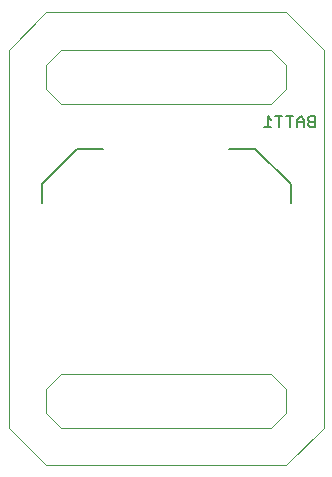
<source format=gbo>
G75*
%MOIN*%
%OFA0B0*%
%FSLAX24Y24*%
%IPPOS*%
%LPD*%
%AMOC8*
5,1,8,0,0,1.08239X$1,22.5*
%
%ADD10C,0.0040*%
%ADD11C,0.0050*%
%ADD12C,0.0060*%
D10*
X001440Y000190D02*
X000190Y001440D01*
X000190Y014040D01*
X001440Y015290D01*
X009440Y015290D01*
X010690Y014040D01*
X010690Y001440D01*
X009440Y000190D01*
X001440Y000190D01*
X001940Y001440D02*
X001440Y001940D01*
X001440Y002740D01*
X001940Y003240D01*
X008940Y003240D01*
X009440Y002740D01*
X009440Y001940D01*
X008940Y001440D01*
X001940Y001440D01*
X001940Y012240D02*
X001440Y012740D01*
X001440Y013540D01*
X001940Y014040D01*
X008940Y014040D01*
X009440Y013540D01*
X009440Y012740D01*
X008940Y012240D01*
X001940Y012240D01*
D11*
X002483Y010740D02*
X003340Y010740D01*
X002483Y010740D02*
X001290Y009547D01*
X001290Y008940D01*
X007540Y010740D02*
X008397Y010740D01*
X009590Y009547D01*
X009590Y008940D01*
D12*
X009560Y011470D02*
X009560Y011810D01*
X009673Y011810D02*
X009447Y011810D01*
X009305Y011810D02*
X009078Y011810D01*
X009192Y011810D02*
X009192Y011470D01*
X008937Y011470D02*
X008710Y011470D01*
X008823Y011470D02*
X008823Y011810D01*
X008937Y011697D01*
X009815Y011697D02*
X009815Y011470D01*
X009815Y011640D02*
X010042Y011640D01*
X010042Y011697D02*
X009928Y011810D01*
X009815Y011697D01*
X010042Y011697D02*
X010042Y011470D01*
X010183Y011527D02*
X010240Y011470D01*
X010410Y011470D01*
X010410Y011810D01*
X010240Y011810D01*
X010183Y011754D01*
X010183Y011697D01*
X010240Y011640D01*
X010410Y011640D01*
X010240Y011640D02*
X010183Y011583D01*
X010183Y011527D01*
M02*

</source>
